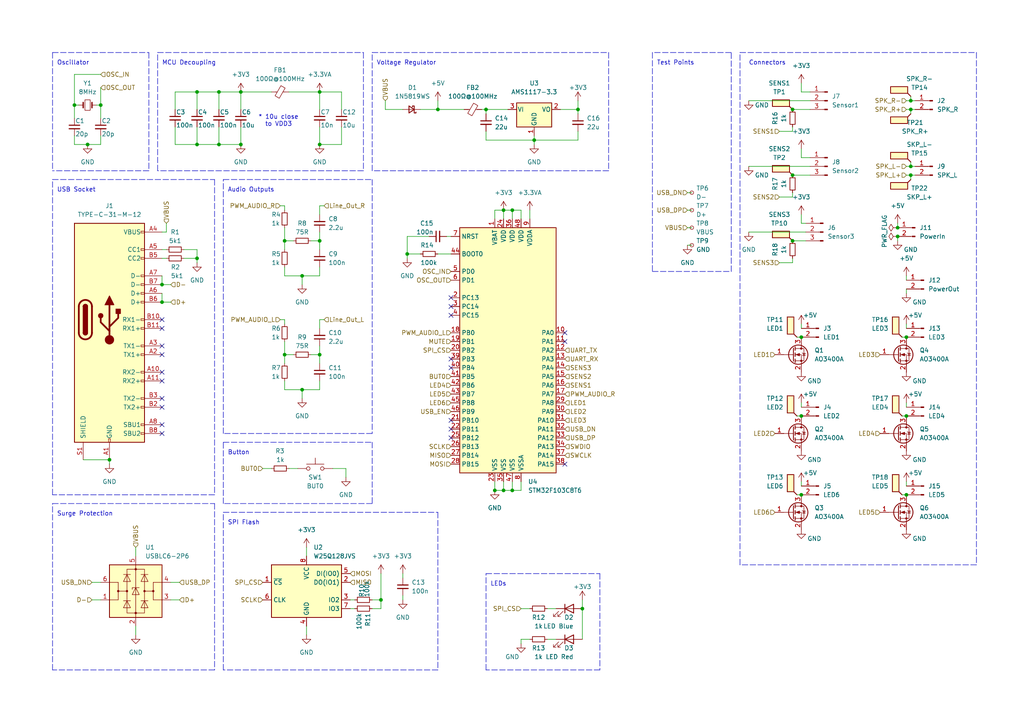
<source format=kicad_sch>
(kicad_sch (version 20211123) (generator eeschema)
  (paper "A4")
  (junction (at 232.41 143.51))
  (junction (at 148.59 60.96))
  (junction (at 63.5 41.91))
  (junction (at 82.55 102.87))
  (junction (at 167.64 31.75))
  (junction (at 345.44 107.95))
  (junction (at 92.71 26.67))
  (junction (at 168.91 176.53))
  (junction (at 146.05 142.24))
  (junction (at 92.71 102.87))
  (junction (at 331.47 86.36))
  (junction (at 143.51 142.24))
  (junction (at 360.68 86.36))
  (junction (at 127 31.75))
  (junction (at 260.35 66.04))
  (junction (at 21.59 30.48))
  (junction (at 140.97 31.75))
  (junction (at 360.68 118.11))
  (junction (at 69.85 26.67))
  (junction (at 264.16 29.21))
  (junction (at 31.75 133.35))
  (junction (at 320.04 101.6))
  (junction (at 264.16 31.75))
  (junction (at 87.63 113.03))
  (junction (at 262.89 97.79))
  (junction (at 260.35 68.58))
  (junction (at 232.41 120.65))
  (junction (at 356.87 143.51))
  (junction (at 323.85 31.75))
  (junction (at 331.47 128.27))
  (junction (at 69.85 41.91))
  (junction (at 87.63 80.01))
  (junction (at 323.85 29.21))
  (junction (at 229.87 50.8))
  (junction (at 262.89 143.51))
  (junction (at 82.55 69.85))
  (junction (at 57.15 26.67))
  (junction (at 262.89 120.65))
  (junction (at 92.71 41.91))
  (junction (at 63.5 26.67))
  (junction (at 264.16 48.26))
  (junction (at 356.87 101.6))
  (junction (at 92.71 69.85))
  (junction (at 328.93 26.67))
  (junction (at 229.87 31.75))
  (junction (at 118.11 73.66))
  (junction (at 25.4 41.91))
  (junction (at 264.16 50.8))
  (junction (at 229.87 69.85))
  (junction (at 46.99 87.63))
  (junction (at 46.99 82.55))
  (junction (at 360.68 76.2))
  (junction (at 360.68 128.27))
  (junction (at 57.15 41.91))
  (junction (at 345.44 149.86))
  (junction (at 57.15 74.93))
  (junction (at 148.59 142.24))
  (junction (at 154.94 40.64))
  (junction (at 29.21 30.48))
  (junction (at 146.05 60.96))
  (junction (at 320.04 143.51))
  (junction (at 232.41 97.79))
  (junction (at 110.49 173.99))
  (no_connect (at 46.99 123.19))
  (no_connect (at 46.99 125.73))
  (no_connect (at 130.81 127))
  (no_connect (at 163.83 134.62))
  (no_connect (at 130.81 124.46))
  (no_connect (at 163.83 99.06))
  (no_connect (at 163.83 96.52))
  (no_connect (at 130.81 106.68))
  (no_connect (at 130.81 104.14))
  (no_connect (at 130.81 86.36))
  (no_connect (at 130.81 88.9))
  (no_connect (at 130.81 91.44))
  (no_connect (at 130.81 121.92))
  (no_connect (at 46.99 95.25))
  (no_connect (at 46.99 100.33))
  (no_connect (at 46.99 102.87))
  (no_connect (at 46.99 92.71))
  (no_connect (at 46.99 107.95))
  (no_connect (at 46.99 110.49))
  (no_connect (at 46.99 115.57))
  (no_connect (at 46.99 118.11))
  (wire (pts (xy 151.13 185.42) (xy 151.13 186.69)))
  (wire (pts (xy 167.64 31.75) (xy 167.64 33.02)))
  (wire (pts (xy 217.17 67.31) (xy 233.68 67.31)))
  (wire (pts (xy 199.39 66.04) (xy 200.66 66.04)))
  (wire (pts (xy 262.89 140.97) (xy 262.89 139.7)))
  (polyline (pts (xy 105.41 15.24) (xy 105.41 49.53)))
  (wire (pts (xy 331.47 86.36) (xy 331.47 96.52)))
  (wire (pts (xy 323.85 24.13) (xy 334.01 24.13)))
  (wire (pts (xy 92.71 36.83) (xy 92.71 41.91)))
  (polyline (pts (xy 15.24 52.07) (xy 62.23 52.07)))
  (wire (pts (xy 264.16 29.21) (xy 265.43 29.21)))
  (wire (pts (xy 63.5 36.83) (xy 63.5 41.91)))
  (wire (pts (xy 334.01 120.65) (xy 334.01 133.35)))
  (wire (pts (xy 262.89 50.8) (xy 264.16 50.8)))
  (wire (pts (xy 90.17 102.87) (xy 92.71 102.87)))
  (wire (pts (xy 29.21 30.48) (xy 29.21 34.29)))
  (wire (pts (xy 360.68 76.2) (xy 360.68 78.74)))
  (wire (pts (xy 226.06 38.1) (xy 229.87 38.1)))
  (wire (pts (xy 26.67 168.91) (xy 29.21 168.91)))
  (wire (pts (xy 143.51 139.7) (xy 143.51 142.24)))
  (wire (pts (xy 143.51 142.24) (xy 146.05 142.24)))
  (wire (pts (xy 261.62 97.79) (xy 262.89 97.79)))
  (polyline (pts (xy 64.77 148.59) (xy 127 148.59)))
  (wire (pts (xy 57.15 36.83) (xy 57.15 41.91)))
  (wire (pts (xy 46.99 82.55) (xy 49.53 82.55)))
  (wire (pts (xy 82.55 69.85) (xy 82.55 72.39)))
  (wire (pts (xy 320.04 101.6) (xy 335.28 101.6)))
  (wire (pts (xy 369.57 83.82) (xy 369.57 86.36)))
  (wire (pts (xy 331.47 121.92) (xy 331.47 118.11)))
  (wire (pts (xy 99.06 26.67) (xy 92.71 26.67)))
  (wire (pts (xy 92.71 72.39) (xy 92.71 69.85)))
  (wire (pts (xy 110.49 173.99) (xy 110.49 176.53)))
  (wire (pts (xy 151.13 60.96) (xy 151.13 63.5)))
  (wire (pts (xy 260.35 66.04) (xy 260.35 64.77)))
  (wire (pts (xy 57.15 41.91) (xy 50.8 41.91)))
  (wire (pts (xy 345.44 148.59) (xy 345.44 149.86)))
  (polyline (pts (xy 140.97 194.31) (xy 140.97 166.37)))
  (wire (pts (xy 168.91 176.53) (xy 168.91 185.42)))
  (wire (pts (xy 82.55 69.85) (xy 85.09 69.85)))
  (wire (pts (xy 118.11 73.66) (xy 121.92 73.66)))
  (wire (pts (xy 229.87 38.1) (xy 229.87 36.83)))
  (wire (pts (xy 328.93 21.59) (xy 328.93 26.67)))
  (wire (pts (xy 323.85 31.75) (xy 334.01 31.75)))
  (wire (pts (xy 100.33 135.89) (xy 100.33 138.43)))
  (wire (pts (xy 264.16 31.75) (xy 265.43 31.75)))
  (wire (pts (xy 262.89 81.28) (xy 262.89 80.01)))
  (wire (pts (xy 46.99 87.63) (xy 49.53 87.63)))
  (polyline (pts (xy 45.72 15.24) (xy 105.41 15.24)))
  (polyline (pts (xy 105.41 49.53) (xy 45.72 49.53)))
  (wire (pts (xy 153.67 60.96) (xy 153.67 63.5)))
  (wire (pts (xy 92.71 110.49) (xy 92.71 113.03)))
  (wire (pts (xy 69.85 41.91) (xy 63.5 41.91)))
  (wire (pts (xy 49.53 168.91) (xy 52.07 168.91)))
  (wire (pts (xy 88.9 161.29) (xy 88.9 158.75)))
  (wire (pts (xy 31.75 133.35) (xy 31.75 134.62)))
  (wire (pts (xy 57.15 26.67) (xy 63.5 26.67)))
  (wire (pts (xy 127 29.21) (xy 127 31.75)))
  (wire (pts (xy 161.29 176.53) (xy 158.75 176.53)))
  (wire (pts (xy 355.6 101.6) (xy 356.87 101.6)))
  (polyline (pts (xy 45.72 49.53) (xy 45.72 15.24)))
  (polyline (pts (xy 107.95 146.05) (xy 64.77 146.05)))
  (wire (pts (xy 229.87 31.75) (xy 234.95 31.75)))
  (wire (pts (xy 57.15 74.93) (xy 57.15 76.2)))
  (wire (pts (xy 24.13 133.35) (xy 31.75 133.35)))
  (wire (pts (xy 63.5 26.67) (xy 63.5 31.75)))
  (polyline (pts (xy 15.24 146.05) (xy 62.23 146.05)))
  (wire (pts (xy 328.93 86.36) (xy 331.47 86.36)))
  (wire (pts (xy 334.01 133.35) (xy 335.28 133.35)))
  (wire (pts (xy 311.15 143.51) (xy 312.42 143.51)))
  (wire (pts (xy 92.71 26.67) (xy 92.71 31.75)))
  (wire (pts (xy 264.16 46.99) (xy 264.16 48.26)))
  (polyline (pts (xy 107.95 49.53) (xy 107.95 15.24)))
  (wire (pts (xy 21.59 21.59) (xy 21.59 30.48)))
  (wire (pts (xy 96.52 135.89) (xy 100.33 135.89)))
  (wire (pts (xy 87.63 113.03) (xy 92.71 113.03)))
  (wire (pts (xy 82.55 77.47) (xy 82.55 80.01)))
  (wire (pts (xy 264.16 48.26) (xy 265.43 48.26)))
  (wire (pts (xy 92.71 59.69) (xy 92.71 62.23)))
  (wire (pts (xy 154.94 40.64) (xy 154.94 39.37)))
  (wire (pts (xy 116.84 167.64) (xy 116.84 166.37)))
  (wire (pts (xy 83.82 135.89) (xy 86.36 135.89)))
  (wire (pts (xy 69.85 26.67) (xy 69.85 31.75)))
  (wire (pts (xy 50.8 41.91) (xy 50.8 36.83)))
  (wire (pts (xy 355.6 133.35) (xy 358.14 133.35)))
  (wire (pts (xy 265.43 50.8) (xy 264.16 50.8)))
  (wire (pts (xy 226.06 57.15) (xy 229.87 57.15)))
  (wire (pts (xy 107.95 173.99) (xy 110.49 173.99)))
  (wire (pts (xy 317.5 101.6) (xy 320.04 101.6)))
  (wire (pts (xy 261.62 120.65) (xy 262.89 120.65)))
  (wire (pts (xy 262.89 31.75) (xy 264.16 31.75)))
  (wire (pts (xy 118.11 73.66) (xy 118.11 74.93)))
  (polyline (pts (xy 107.95 15.24) (xy 176.53 15.24)))
  (wire (pts (xy 39.37 181.61) (xy 39.37 184.15)))
  (wire (pts (xy 369.57 125.73) (xy 369.57 128.27)))
  (polyline (pts (xy 15.24 143.51) (xy 15.24 52.07)))
  (polyline (pts (xy 107.95 52.07) (xy 107.95 125.73)))
  (wire (pts (xy 262.89 29.21) (xy 264.16 29.21)))
  (polyline (pts (xy 127 194.31) (xy 64.77 194.31)))
  (wire (pts (xy 369.57 76.2) (xy 369.57 78.74)))
  (wire (pts (xy 264.16 50.8) (xy 264.16 52.07)))
  (wire (pts (xy 140.97 38.1) (xy 140.97 40.64)))
  (polyline (pts (xy 127 148.59) (xy 127 194.31)))
  (wire (pts (xy 356.87 120.65) (xy 356.87 143.51)))
  (wire (pts (xy 27.94 30.48) (xy 29.21 30.48)))
  (polyline (pts (xy 214.63 163.83) (xy 214.63 15.24)))
  (wire (pts (xy 29.21 25.4) (xy 29.21 30.48)))
  (polyline (pts (xy 62.23 143.51) (xy 15.24 143.51)))
  (wire (pts (xy 328.93 26.67) (xy 334.01 26.67)))
  (wire (pts (xy 345.44 83.82) (xy 345.44 86.36)))
  (wire (pts (xy 356.87 149.86) (xy 345.44 149.86)))
  (wire (pts (xy 92.71 92.71) (xy 92.71 95.25)))
  (wire (pts (xy 331.47 86.36) (xy 331.47 85.09)))
  (wire (pts (xy 334.01 21.59) (xy 328.93 21.59)))
  (wire (pts (xy 331.47 80.01) (xy 331.47 76.2)))
  (wire (pts (xy 29.21 39.37) (xy 29.21 41.91)))
  (wire (pts (xy 232.41 45.72) (xy 234.95 45.72)))
  (wire (pts (xy 323.85 31.75) (xy 323.85 34.29)))
  (wire (pts (xy 331.47 76.2) (xy 358.14 76.2)))
  (wire (pts (xy 21.59 39.37) (xy 21.59 41.91)))
  (wire (pts (xy 29.21 21.59) (xy 21.59 21.59)))
  (wire (pts (xy 355.6 96.52) (xy 358.14 96.52)))
  (wire (pts (xy 88.9 181.61) (xy 88.9 184.15)))
  (wire (pts (xy 167.64 40.64) (xy 154.94 40.64)))
  (wire (pts (xy 232.41 64.77) (xy 232.41 62.23)))
  (polyline (pts (xy 212.09 15.24) (xy 189.23 15.24)))
  (wire (pts (xy 101.6 176.53) (xy 102.87 176.53)))
  (wire (pts (xy 146.05 142.24) (xy 148.59 142.24)))
  (wire (pts (xy 99.06 41.91) (xy 92.71 41.91)))
  (wire (pts (xy 63.5 26.67) (xy 69.85 26.67)))
  (wire (pts (xy 262.89 48.26) (xy 264.16 48.26)))
  (wire (pts (xy 87.63 113.03) (xy 87.63 115.57)))
  (wire (pts (xy 199.39 55.88) (xy 200.66 55.88)))
  (wire (pts (xy 260.35 68.58) (xy 260.35 69.85)))
  (wire (pts (xy 99.06 36.83) (xy 99.06 41.91)))
  (polyline (pts (xy 15.24 15.24) (xy 43.18 15.24)))
  (wire (pts (xy 369.57 128.27) (xy 360.68 128.27)))
  (wire (pts (xy 229.87 55.88) (xy 229.87 57.15)))
  (wire (pts (xy 82.55 102.87) (xy 82.55 105.41)))
  (wire (pts (xy 162.56 31.75) (xy 167.64 31.75)))
  (polyline (pts (xy 62.23 52.07) (xy 62.23 143.51)))
  (polyline (pts (xy 43.18 15.24) (xy 43.18 49.53)))
  (wire (pts (xy 320.04 128.27) (xy 323.85 128.27)))
  (wire (pts (xy 153.67 176.53) (xy 151.13 176.53)))
  (wire (pts (xy 320.04 101.6) (xy 320.04 99.06)))
  (wire (pts (xy 111.76 31.75) (xy 116.84 31.75)))
  (polyline (pts (xy 173.99 166.37) (xy 173.99 194.31)))
  (wire (pts (xy 118.11 68.58) (xy 124.46 68.58)))
  (wire (pts (xy 111.76 29.21) (xy 111.76 31.75)))
  (wire (pts (xy 264.16 31.75) (xy 264.16 33.02)))
  (wire (pts (xy 369.57 118.11) (xy 360.68 118.11)))
  (wire (pts (xy 26.67 173.99) (xy 29.21 173.99)))
  (wire (pts (xy 356.87 78.74) (xy 356.87 101.6)))
  (wire (pts (xy 46.99 74.93) (xy 48.26 74.93)))
  (polyline (pts (xy 43.18 49.53) (xy 15.24 49.53)))
  (wire (pts (xy 21.59 41.91) (xy 25.4 41.91)))
  (wire (pts (xy 140.97 31.75) (xy 147.32 31.75)))
  (polyline (pts (xy 189.23 78.74) (xy 212.09 78.74)))
  (wire (pts (xy 317.5 143.51) (xy 320.04 143.51)))
  (wire (pts (xy 148.59 139.7) (xy 148.59 142.24)))
  (polyline (pts (xy 214.63 15.24) (xy 283.21 15.24)))
  (wire (pts (xy 82.55 59.69) (xy 82.55 60.96)))
  (wire (pts (xy 369.57 120.65) (xy 369.57 118.11)))
  (wire (pts (xy 110.49 166.37) (xy 110.49 173.99)))
  (wire (pts (xy 232.41 93.98) (xy 232.41 95.25)))
  (wire (pts (xy 328.93 128.27) (xy 331.47 128.27)))
  (wire (pts (xy 49.53 173.99) (xy 52.07 173.99)))
  (wire (pts (xy 127 73.66) (xy 130.81 73.66)))
  (wire (pts (xy 311.15 101.6) (xy 312.42 101.6)))
  (polyline (pts (xy 15.24 194.31) (xy 15.24 146.05)))
  (wire (pts (xy 140.97 31.75) (xy 140.97 33.02)))
  (wire (pts (xy 232.41 24.13) (xy 232.41 26.67)))
  (wire (pts (xy 127 31.75) (xy 134.62 31.75)))
  (wire (pts (xy 320.04 143.51) (xy 335.28 143.51)))
  (polyline (pts (xy 64.77 128.27) (xy 107.95 128.27)))
  (wire (pts (xy 356.87 143.51) (xy 356.87 144.78)))
  (wire (pts (xy 262.89 118.11) (xy 262.89 116.84)))
  (wire (pts (xy 360.68 83.82) (xy 360.68 86.36)))
  (wire (pts (xy 360.68 76.2) (xy 369.57 76.2)))
  (wire (pts (xy 233.68 64.77) (xy 232.41 64.77)))
  (wire (pts (xy 81.28 59.69) (xy 82.55 59.69)))
  (wire (pts (xy 345.44 106.68) (xy 345.44 107.95)))
  (wire (pts (xy 355.6 143.51) (xy 356.87 143.51)))
  (wire (pts (xy 46.99 72.39) (xy 48.26 72.39)))
  (wire (pts (xy 57.15 74.93) (xy 57.15 72.39)))
  (wire (pts (xy 76.2 135.89) (xy 78.74 135.89)))
  (wire (pts (xy 331.47 96.52) (xy 335.28 96.52)))
  (wire (pts (xy 158.75 185.42) (xy 161.29 185.42)))
  (wire (pts (xy 355.6 138.43) (xy 358.14 138.43)))
  (wire (pts (xy 168.91 173.99) (xy 168.91 176.53)))
  (wire (pts (xy 82.55 110.49) (xy 82.55 113.03)))
  (wire (pts (xy 334.01 78.74) (xy 334.01 91.44)))
  (wire (pts (xy 328.93 26.67) (xy 323.85 26.67)))
  (polyline (pts (xy 15.24 15.24) (xy 15.24 49.53)))
  (wire (pts (xy 229.87 69.85) (xy 233.68 69.85)))
  (wire (pts (xy 355.6 91.44) (xy 358.14 91.44)))
  (wire (pts (xy 199.39 71.12) (xy 200.66 71.12)))
  (wire (pts (xy 48.26 67.31) (xy 46.99 67.31)))
  (polyline (pts (xy 189.23 15.24) (xy 189.23 78.74)))
  (polyline (pts (xy 64.77 146.05) (xy 64.77 128.27)))
  (wire (pts (xy 82.55 66.04) (xy 82.55 69.85)))
  (wire (pts (xy 129.54 68.58) (xy 130.81 68.58)))
  (polyline (pts (xy 64.77 194.31) (xy 64.77 148.59)))
  (wire (pts (xy 69.85 36.83) (xy 69.85 41.91)))
  (wire (pts (xy 323.85 26.67) (xy 323.85 29.21)))
  (wire (pts (xy 231.14 143.51) (xy 232.41 143.51)))
  (wire (pts (xy 232.41 43.18) (xy 232.41 45.72)))
  (wire (pts (xy 369.57 86.36) (xy 360.68 86.36)))
  (polyline (pts (xy 176.53 49.53) (xy 107.95 49.53)))
  (wire (pts (xy 226.06 76.2) (xy 229.87 76.2)))
  (wire (pts (xy 53.34 74.93) (xy 57.15 74.93)))
  (wire (pts (xy 101.6 173.99) (xy 102.87 173.99)))
  (wire (pts (xy 21.59 30.48) (xy 22.86 30.48)))
  (wire (pts (xy 92.71 105.41) (xy 92.71 102.87)))
  (polyline (pts (xy 283.21 163.83) (xy 214.63 163.83)))
  (wire (pts (xy 143.51 60.96) (xy 146.05 60.96)))
  (wire (pts (xy 331.47 128.27) (xy 331.47 138.43)))
  (wire (pts (xy 232.41 26.67) (xy 234.95 26.67)))
  (wire (pts (xy 217.17 29.21) (xy 234.95 29.21)))
  (wire (pts (xy 360.68 128.27) (xy 360.68 125.73)))
  (wire (pts (xy 232.41 116.84) (xy 232.41 118.11)))
  (wire (pts (xy 82.55 113.03) (xy 87.63 113.03)))
  (wire (pts (xy 82.55 80.01) (xy 87.63 80.01)))
  (wire (pts (xy 29.21 41.91) (xy 25.4 41.91)))
  (wire (pts (xy 92.71 69.85) (xy 92.71 67.31)))
  (wire (pts (xy 82.55 99.06) (xy 82.55 102.87)))
  (wire (pts (xy 262.89 83.82) (xy 262.89 85.09)))
  (wire (pts (xy 262.89 95.25) (xy 262.89 93.98)))
  (wire (pts (xy 118.11 68.58) (xy 118.11 73.66)))
  (polyline (pts (xy 212.09 78.74) (xy 212.09 15.24)))
  (polyline (pts (xy 283.21 15.24) (xy 283.21 163.83)))
  (wire (pts (xy 261.62 143.51) (xy 262.89 143.51)))
  (polyline (pts (xy 140.97 166.37) (xy 173.99 166.37)))
  (wire (pts (xy 63.5 41.91) (xy 57.15 41.91)))
  (wire (pts (xy 21.59 34.29) (xy 21.59 30.48)))
  (wire (pts (xy 50.8 26.67) (xy 57.15 26.67)))
  (wire (pts (xy 232.41 140.97) (xy 232.41 139.7)))
  (wire (pts (xy 334.01 120.65) (xy 356.87 120.65)))
  (wire (pts (xy 331.47 118.11) (xy 358.14 118.11)))
  (wire (pts (xy 93.98 59.69) (xy 92.71 59.69)))
  (wire (pts (xy 231.14 97.79) (xy 232.41 97.79)))
  (wire (pts (xy 92.71 102.87) (xy 92.71 100.33)))
  (wire (pts (xy 57.15 72.39) (xy 53.34 72.39)))
  (wire (pts (xy 121.92 31.75) (xy 127 31.75)))
  (wire (pts (xy 146.05 139.7) (xy 146.05 142.24)))
  (wire (pts (xy 148.59 60.96) (xy 148.59 63.5)))
  (wire (pts (xy 320.04 86.36) (xy 323.85 86.36)))
  (wire (pts (xy 167.64 38.1) (xy 167.64 40.64)))
  (wire (pts (xy 153.67 185.42) (xy 151.13 185.42)))
  (polyline (pts (xy 176.53 15.24) (xy 176.53 49.53)))
  (wire (pts (xy 46.99 80.01) (xy 46.99 82.55)))
  (wire (pts (xy 87.63 80.01) (xy 87.63 82.55)))
  (wire (pts (xy 217.17 48.26) (xy 234.95 48.26)))
  (wire (pts (xy 146.05 60.96) (xy 148.59 60.96)))
  (polyline (pts (xy 64.77 125.73) (xy 64.77 52.07)))
  (wire (pts (xy 167.64 29.21) (xy 167.64 31.75)))
  (wire (pts (xy 345.44 125.73) (xy 345.44 128.27)))
  (wire (pts (xy 82.55 92.71) (xy 82.55 93.98)))
  (wire (pts (xy 334.01 78.74) (xy 356.87 78.74)))
  (wire (pts (xy 50.8 31.75) (xy 50.8 26.67)))
  (wire (pts (xy 331.47 138.43) (xy 335.28 138.43)))
  (wire (pts (xy 116.84 172.72) (xy 116.84 173.99)))
  (wire (pts (xy 87.63 80.01) (xy 92.71 80.01)))
  (polyline (pts (xy 62.23 194.31) (xy 15.24 194.31)))
  (wire (pts (xy 356.87 107.95) (xy 345.44 107.95)))
  (wire (pts (xy 229.87 76.2) (xy 229.87 74.93)))
  (wire (pts (xy 148.59 142.24) (xy 151.13 142.24)))
  (wire (pts (xy 99.06 31.75) (xy 99.06 26.67)))
  (wire (pts (xy 358.14 118.11) (xy 358.14 133.35)))
  (wire (pts (xy 81.28 92.71) (xy 82.55 92.71)))
  (wire (pts (xy 92.71 77.47) (xy 92.71 80.01)))
  (wire (pts (xy 82.55 102.87) (xy 85.09 102.87)))
  (wire (pts (xy 83.82 26.67) (xy 92.71 26.67)))
  (wire (pts (xy 154.94 40.64) (xy 154.94 41.91)))
  (wire (pts (xy 229.87 50.8) (xy 234.95 50.8)))
  (wire (pts (xy 146.05 60.96) (xy 146.05 63.5)))
  (wire (pts (xy 356.87 101.6) (xy 356.87 102.87)))
  (wire (pts (xy 231.14 120.65) (xy 232.41 120.65)))
  (wire (pts (xy 358.14 76.2) (xy 358.14 91.44)))
  (wire (pts (xy 107.95 176.53) (xy 110.49 176.53)))
  (wire (pts (xy 90.17 69.85) (xy 92.71 69.85)))
  (wire (pts (xy 140.97 40.64) (xy 154.94 40.64)))
  (wire (pts (xy 323.85 29.21) (xy 323.85 31.75)))
  (wire (pts (xy 48.26 64.77) (xy 48.26 67.31)))
  (wire (pts (xy 151.13 142.24) (xy 151.13 139.7)))
  (wire (pts (xy 148.59 60.96) (xy 151.13 60.96)))
  (wire (pts (xy 334.01 91.44) (xy 335.28 91.44)))
  (wire (pts (xy 199.39 60.96) (xy 200.66 60.96)))
  (wire (pts (xy 143.51 63.5) (xy 143.51 60.96)))
  (wire (pts (xy 57.15 26.67) (xy 57.15 31.75)))
  (wire (pts (xy 320.04 143.51) (xy 320.04 140.97)))
  (polyline (pts (xy 107.95 128.27) (xy 107.95 146.05)))
  (wire (pts (xy 323.85 29.21) (xy 334.01 29.21)))
  (polyline (pts (xy 62.23 146.05) (xy 62.23 194.31)))
  (wire (pts (xy 360.68 118.11) (xy 360.68 120.65)))
  (wire (pts (xy 331.47 128.27) (xy 331.47 127)))
  (wire (pts (xy 69.85 26.67) (xy 78.74 26.67)))
  (polyline (pts (xy 107.95 125.73) (xy 64.77 125.73)))
  (wire (pts (xy 39.37 158.75) (xy 39.37 161.29)))
  (wire (pts (xy 46.99 85.09) (xy 46.99 87.63)))
  (wire (pts (xy 93.98 92.71) (xy 92.71 92.71)))
  (polyline (pts (xy 64.77 52.07) (xy 107.95 52.07)))
  (wire (pts (xy 139.7 31.75) (xy 140.97 31.75)))
  (polyline (pts (xy 173.99 194.31) (xy 140.97 194.31)))
  (wire (pts (xy 264.16 27.94) (xy 264.16 29.21)))
  (text "Connectors" (at 217.17 19.05 0) (effects (font (size 1.27 1.27)) (justify left bottom)))
  (text "USB Socket" (at 16.51 55.88 0) (effects (font (size 1.27 1.27)) (justify left bottom)))
  (text "SPI Flash" (at 66.04 152.4 0) (effects (font (size 1.27 1.27)) (justify left bottom)))
  (text "Voltage Regulator" (at 109.22 19.05 0) (effects (font (size 1.27 1.27)) (justify left bottom)))
  (text "Test Points" (at 190.5 19.05 0) (effects (font (size 1.27 1.27)) (justify left bottom)))
  (text "Surge Protection" (at 16.51 149.86 0) (effects (font (size 1.27 1.27)) (justify left bottom)))
  (text "Oscillator" (at 16.51 19.05 0) (effects (font (size 1.27 1.27)) (justify left bottom)))
  (text "Audio Outputs" (at 66.04 55.88 0) (effects (font (size 1.27 1.27)) (justify left bottom)))
  (text "Button" (at 66.04 132.08 0) (effects (font (size 1.27 1.27)) (justify left bottom)))
  (text "MCU Decoupling" (at 46.99 19.05 0) (effects (font (size 1.27 1.27)) (justify left bottom)))
  (text "LEDs" (at 142.24 170.18 0) (effects (font (size 1.27 1.27)) (justify left bottom)))
  (text "* 10u close\n  to VDD3" (at 74.93 36.83 0) (effects (font (size 1.27 1.27)) (justify left bottom)))
  (hierarchical_label "SPK_L+" (shape input) (at 358.14 133.35 0))
  (hierarchical_label "SENS3" (shape input) (at 226.06 76.2 180))
  (hierarchical_label "SWCLK" (shape input) (at 334.01 16.51 180))
  (hierarchical_label "SPK_R+" (shape input) (at 358.14 91.44 0))
  (hierarchical_label "SWDIO" (shape input) (at 334.01 19.05 180))
  (hierarchical_label "PWM_AUDIO_L" (shape input) (at 81.28 92.71 180))
  (hierarchical_label "LED4" (shape input) (at 255.27 125.73 180))
  (hierarchical_label "SWDIO" (shape input) (at 163.83 129.54 0))
  (hierarchical_label "MISO" (shape input) (at 101.6 168.91 0))
  (hierarchical_label "SPK_R+" (shape input) (at 262.89 31.75 180))
  (hierarchical_label "USB_DN" (shape input) (at 26.67 168.91 180))
  (hierarchical_label "UART_TX" (shape input) (at 163.83 101.6 0))
  (hierarchical_label "PWM_AUDIO_R" (shape input) (at 81.28 59.69 180))
  (hierarchical_label "USB_DP" (shape input) (at 163.83 127 0))
  (hierarchical_label "LED3" (shape input) (at 163.83 121.92 0))
  (hierarchical_label "SPK_R-" (shape input) (at 262.89 29.21 180))
  (hierarchical_label "LED6" (shape input) (at 130.81 116.84 180))
  (hierarchical_label "OSC_IN" (shape input) (at 29.21 21.59 0))
  (hierarchical_label "OSC_OUT" (shape input) (at 130.81 81.28 180))
  (hierarchical_label "MOSI" (shape input) (at 101.6 166.37 0))
  (hierarchical_label "Line_Out_R" (shape input) (at 93.98 59.69 0))
  (hierarchical_label "SWCLK" (shape input) (at 163.83 132.08 0))
  (hierarchical_label "USB_DN" (shape input) (at 199.39 55.88 180))
  (hierarchical_label "Line_Out_L" (shape input) (at 320.04 128.27 180))
  (hierarchical_label "D+" (shape input) (at 49.53 87.63 0))
  (hierarchical_label "USB_EN" (shape input) (at 130.81 119.38 180))
  (hierarchical_label "PWM_AUDIO_R" (shape input) (at 163.83 114.3 0))
  (hierarchical_label "UART_TX" (shape input) (at 334.01 34.29 180))
  (hierarchical_label "LED2" (shape input) (at 163.83 119.38 0))
  (hierarchical_label "BUT0" (shape input) (at 130.81 109.22 180))
  (hierarchical_label "SPI_CS" (shape input) (at 130.81 101.6 180))
  (hierarchical_label "VBUS" (shape input) (at 199.39 66.04 180))
  (hierarchical_label "LED4" (shape input) (at 130.81 111.76 180))
  (hierarchical_label "VBUS" (shape input) (at 48.26 64.77 90))
  (hierarchical_label "SCLK" (shape input) (at 76.2 173.99 180))
  (hierarchical_label "MUTE" (shape input) (at 311.15 143.51 180))
  (hierarchical_label "LED6" (shape input) (at 224.79 148.59 180))
  (hierarchical_label "SENS1" (shape input) (at 163.83 111.76 0))
  (hierarchical_label "SPI_CS" (shape input) (at 151.13 176.53 180))
  (hierarchical_label "D-" (shape input) (at 26.67 173.99 180))
  (hierarchical_label "SENS1" (shape input) (at 226.06 38.1 180))
  (hierarchical_label "SENS3" (shape input) (at 163.83 106.68 0))
  (hierarchical_label "MISO" (shape input) (at 130.81 132.08 180))
  (hierarchical_label "MOSI" (shape input) (at 130.81 134.62 180))
  (hierarchical_label "OSC_IN" (shape input) (at 130.81 78.74 180))
  (hierarchical_label "LED3" (shape input) (at 255.27 102.87 180))
  (hierarchical_label "VBUS" (shape input) (at 111.76 29.21 90))
  (hierarchical_label "D-" (shape input) (at 49.53 82.55 0))
  (hierarchical_label "SENS2" (shape input) (at 226.06 57.15 180))
  (hierarchical_label "LED5" (shape input) (at 255.27 148.59 180))
  (hierarchical_label "SPK_R-" (shape input) (at 358.14 96.52 0))
  (hierarchical_label "UART_RX" (shape input) (at 163.83 104.14 0))
  (hierarchical_label "SPI_CS" (shape input) (at 76.2 168.91 180))
  (hierarchical_label "USB_DN" (shape input) (at 163.83 124.46 0))
  (hierarchical_label "USB_DP" (shape input) (at 199.39 60.96 180))
  (hierarchical_label "SENS2" (shape input) (at 163.83 109.22 0))
  (hierarchical_label "Line_Out_L" (shape input) (at 93.98 92.71 0))
  (hierarchical_label "SPK_L-" (shape input) (at 262.89 48.26 180))
  (hierarchical_label "LED1" (shape input) (at 163.83 116.84 0))
  (hierarchical_label "LED1" (shape input) (at 224.79 102.87 180))
  (hierarchical_label "D+" (shape input) (at 52.07 173.99 0))
  (hierarchical_label "MUTE" (shape input) (at 311.15 101.6 180))
  (hierarchical_label "BUT0" (shape input) (at 76.2 135.89 180))
  (hierarchical_label "SPK_L-" (shape input) (at 358.14 138.43 0))
  (hierarchical_label "USB_DP" (shape input) (at 52.07 168.91 0))
  (hierarchical_label "LED2" (shape input) (at 224.79 125.73 180))
  (hierarchical_label "PWM_AUDIO_L" (shape input) (at 130.81 96.52 180))
  (hierarchical_label "LED5" (shape input) (at 130.81 114.3 180))
  (hierarchical_label "OSC_OUT" (shape input) (at 29.21 25.4 0))
  (hierarchical_label "SCLK" (shape input) (at 130.81 129.54 180))
  (hierarchical_label "SPK_L+" (shape input) (at 262.89 50.8 180))
  (hierarchical_label "MUTE" (shape input) (at 130.81 99.06 180))
  (hierarchical_label "Line_Out_R" (shape input) (at 320.04 86.36 180))
  (hierarchical_label "VBUS" (shape input) (at 39.37 158.75 90))
  (symbol (lib_id "Device:Q_NMOS_GSD") (at 229.87 102.87 0) (unit 1)
    (property "Reference" "Q1" (at 236.22 101.5999 0) (effects (justify left)))
    (property "Value" "AO3400A" (at 236.22 104.1399 0) (effects (justify left)))
    (property "Footprint" "Package_TO_SOT_SMD:SOT-23" (effects hide))
    (property "MPN" " C20917" (effects hide))
    (property "JlcRotOffset" "180" (effects hide))
  )
  (symbol (lib_id "power:+3.3V") (at 232.41 43.18 0) (unit 1)
    (property "Reference" "#PWR0106" (effects hide))
    (property "Value" "+3.3V" (at 232.41 38.1 0))
  )
  (symbol (lib_id "Connector:Conn_01x02_Male") (at 237.49 95.25 0) (mirror y) (unit 1)
    (property "Reference" "J3" (at 238.76 95.2499 0) (effects (justify right)))
    (property "Value" "LED1" (at 238.76 97.7899 0) (effects (justify right)))
    (property "Footprint" "ant:JST_SUR_SM02B-SURS-TF_1x02-1MP_P0.80mm_Horizontal" (effects hide))
    (property "MPN" " C2845343" (effects hide))
  )
  (symbol (lib_id "power:GND") (at 345.44 107.95 0) (unit 1)
    (property "Reference" "#PWR06" (effects hide))
    (property "Value" "GND" (at 349.25 110.49 0))
  )
  (symbol (lib_id "Device:R_Small") (at 87.63 102.87 90) (unit 1)
    (property "Reference" "R9" (at 87.63 97.79 90))
    (property "Value" "75R" (at 87.63 100.33 90))
    (property "Footprint" "Resistor_SMD:R_0402_1005Metric" (effects hide))
    (property "MPN" "C25905" (effects hide))
  )
  (symbol (lib_id "Device:D_Schottky_Small") (at 119.38 31.75 180) (unit 1)
    (property "Reference" "D1" (at 119.634 25.4 0))
    (property "Value" "1N5819WS" (at 119.634 27.94 0))
    (property "Footprint" "Diode_SMD:D_SOD-323" (effects hide))
    (property "MPN" "C191023" (effects hide))
  )
  (symbol (lib_id "power:+5V") (at 262.89 116.84 0) (unit 1)
    (property "Reference" "#PWR0109" (effects hide))
    (property "Value" "+5V" (at 265.43 114.3 0))
  )
  (symbol (lib_id "power:+5V") (at 360.68 118.11 0) (unit 1)
    (property "Reference" "#PWR0102" (effects hide))
    (property "Value" "+5V" (at 363.22 115.57 0))
  )
  (symbol (lib_id "ant:8002B_D") (at 345.44 138.43 0) (unit 1)
    (property "Reference" "U6" (at 347.4594 125.73 0) (effects (justify left)))
    (property "Value" "8002B_D" (at 347.4594 128.27 0) (effects (justify left)))
    (property "Footprint" "Package_SO:SOP-8_3.9x4.9mm_P1.27mm" (effects hide))
    (property "MPN" "C329450" (effects hide))
    (property "JlcRotOffset" "-90" (effects hide))
  )
  (symbol (lib_id "Connector:Conn_01x08_Male") (at 339.09 24.13 0) (mirror y) (unit 1)
    (property "Reference" "J10" (at 340.36 24.1299 0) (effects (justify right)))
    (property "Value" "Conn_01x08_Male" (at 340.36 26.6699 0) (effects (justify right)))
    (property "Footprint" "ant:SOIC_clipProgSmall" (effects hide))
  )
  (symbol (lib_id "Connector:TestPoint_Flag") (at 231.14 97.79 90) (unit 1)
    (property "Reference" "TP11" (at 224.79 92.71 90))
    (property "Value" "LED1" (at 224.79 95.25 90))
    (property "Footprint" "TestPoint:TestPoint_Pad_1.0x1.0mm" (effects hide))
  )
  (symbol (lib_id "power:GND") (at 217.17 67.31 0) (unit 1)
    (property "Reference" "#PWR0124" (effects hide))
    (property "Value" "GND" (at 217.17 72.39 0))
  )
  (symbol (lib_id "Connector:Conn_01x02_Male") (at 267.97 118.11 0) (mirror y) (unit 1)
    (property "Reference" "J14" (at 269.24 118.1099 0) (effects (justify right)))
    (property "Value" "LED4" (at 269.24 120.6499 0) (effects (justify right)))
    (property "Footprint" "ant:JST_SUR_SM02B-SURS-TF_1x02-1MP_P0.80mm_Horizontal" (effects hide))
    (property "MPN" " C2845343" (effects hide))
  )
  (symbol (lib_id "power:GND") (at 360.68 86.36 0) (unit 1)
    (property "Reference" "#PWR04" (effects hide))
    (property "Value" "GND" (at 364.49 87.63 0))
  )
  (symbol (lib_id "Device:R_Small") (at 314.96 101.6 270) (unit 1)
    (property "Reference" "R15" (at 314.96 106.68 90))
    (property "Value" "1k" (at 314.96 104.14 90))
    (property "Footprint" "Resistor_SMD:R_0402_1005Metric" (effects hide))
    (property "MPN" "C11702" (effects hide))
  )
  (symbol (lib_id "Connector:Conn_01x02_Male") (at 267.97 95.25 0) (mirror y) (unit 1)
    (property "Reference" "J13" (at 269.24 95.2499 0) (effects (justify right)))
    (property "Value" "LED3" (at 269.24 97.7899 0) (effects (justify right)))
    (property "Footprint" "ant:JST_SUR_SM02B-SURS-TF_1x02-1MP_P0.80mm_Horizontal" (effects hide))
    (property "MPN" " C2845343" (effects hide))
  )
  (symbol (lib_id "power:+3.3VA") (at 92.71 26.67 0) (unit 1)
    (property "Reference" "#PWR0136" (effects hide))
    (property "Value" "+3.3VA" (at 92.71 21.59 0))
  )
  (symbol (lib_id "Device:C_Small") (at 140.97 35.56 0) (unit 1)
    (property "Reference" "C14" (at 143.51 34.2962 0) (effects (justify left)))
    (property "Value" "22u" (at 143.51 36.8362 0) (effects (justify left)))
    (property "Footprint" "Capacitor_SMD:C_0603_1608Metric" (effects hide))
    (property "MPN" "C59461" (effects hide))
  )
  (symbol (lib_id "Device:C_Small") (at 369.57 81.28 0) (unit 1)
    (property "Reference" "C21" (at 372.11 80.0162 0) (effects (justify left)))
    (property "Value" "22u" (at 372.11 82.5562 0) (effects (justify left)))
    (property "Footprint" "Capacitor_SMD:C_0603_1608Metric" (effects hide))
    (property "MPN" "C59461" (effects hide))
  )
  (symbol (lib_id "power:+5V") (at 127 29.21 0) (unit 1)
    (property "Reference" "#PWR0125" (effects hide))
    (property "Value" "+5V" (at 127 24.13 0))
  )
  (symbol (lib_id "Device:LED") (at 165.1 176.53 0) (unit 1)
    (property "Reference" "D2" (at 166.37 179.07 0) (effects (justify right)))
    (property "Value" "LED Blue" (at 166.37 181.61 0) (effects (justify right)))
    (property "Footprint" "LED_SMD:LED_0603_1608Metric" (effects hide))
    (property "MPN" "C72041" (effects hide))
  )
  (symbol (lib_id "power:GND") (at 232.41 107.95 0) (unit 1)
    (property "Reference" "#PWR0130" (effects hide))
    (property "Value" "GND" (at 236.22 110.49 0))
  )
  (symbol (lib_id "power:GND") (at 323.85 34.29 0) (unit 1)
    (property "Reference" "#PWR0119" (effects hide))
    (property "Value" "GND" (at 323.85 39.37 0))
  )
  (symbol (lib_id "Device:R_Small") (at 331.47 124.46 180) (unit 1)
    (property "Reference" "R25" (at 326.39 124.46 90))
    (property "Value" "20k" (at 328.93 124.46 90))
    (property "Footprint" "Resistor_SMD:R_0402_1005Metric" (effects hide))
    (property "MPN" "C25765" (effects hide))
  )
  (symbol (lib_id "power:GND") (at 262.89 107.95 0) (unit 1)
    (property "Reference" "#PWR0108" (effects hide))
    (property "Value" "GND" (at 266.7 110.49 0))
  )
  (symbol (lib_id "Connector:TestPoint_Small") (at 200.66 66.04 0) (unit 1)
    (property "Reference" "TP8" (at 201.93 64.7699 0) (effects (justify left)))
    (property "Value" "VBUS" (at 201.93 67.3099 0) (effects (justify left)))
    (property "Footprint" "TestPoint:TestPoint_THTPad_1.0x1.0mm_Drill0.5mm" (effects hide))
  )
  (symbol (lib_id "Device:R_Small") (at 124.46 73.66 270) (unit 1)
    (property "Reference" "R14" (at 121.92 71.12 90) (effects (justify left)))
    (property "Value" "100k" (at 121.92 76.2 90) (effects (justify left)))
    (property "Footprint" "Resistor_SMD:R_0402_1005Metric" (effects hide))
    (property "MPN" "C25741" (effects hide))
  )
  (symbol (lib_id "power:+3V3") (at 110.49 166.37 0) (unit 1)
    (property "Reference" "#PWR0143" (effects hide))
    (property "Value" "+3V3" (at 110.49 161.29 0))
  )
  (symbol (lib_id "power:+5V") (at 232.41 139.7 0) (unit 1)
    (property "Reference" "#PWR0111" (effects hide))
    (property "Value" "+5V" (at 234.95 137.16 0))
  )
  (symbol (lib_id "Device:C_Small") (at 29.21 36.83 0) (unit 1)
    (property "Reference" "C2" (at 29.464 35.052 0) (effects (justify left)))
    (property "Value" "20p" (at 29.464 38.862 0) (effects (justify left)))
    (property "Footprint" "Capacitor_SMD:C_0402_1005Metric" (effects hide))
    (property "MPN" "C1554" (effects hide))
  )
  (symbol (lib_id "Device:C_Small") (at 63.5 34.29 0) (unit 1)
    (property "Reference" "C5" (at 63.754 32.512 0) (effects (justify left)))
    (property "Value" "100n" (at 63.754 36.322 0) (effects (justify left)))
    (property "Footprint" "Capacitor_SMD:C_0402_1005Metric" (effects hide))
    (property "MPN" "C1525" (effects hide))
  )
  (symbol (lib_id "Device:R_Small") (at 229.87 34.29 180) (unit 1)
    (property "Reference" "R16" (at 224.79 34.29 90))
    (property "Value" "1k" (at 227.33 34.29 90))
    (property "Footprint" "Resistor_SMD:R_0402_1005Metric" (effects hide))
    (property "MPN" "C11702" (effects hide))
  )
  (symbol (lib_id "Device:C_Small") (at 92.71 74.93 0) (unit 1)
    (property "Reference" "C9" (at 95.25 73.6662 0) (effects (justify left)))
    (property "Value" "100n" (at 95.25 76.2062 0) (effects (justify left)))
    (property "Footprint" "Capacitor_SMD:C_0402_1005Metric" (effects hide))
    (property "MPN" "C1525" (effects hide))
  )
  (symbol (lib_id "Connector:TestPoint_Flag") (at 229.87 69.85 0) (mirror y) (unit 1)
    (property "Reference" "TP10" (at 226.06 64.77 0))
    (property "Value" "SENS3" (at 226.06 62.23 0))
    (property "Footprint" "TestPoint:TestPoint_Pad_1.0x1.0mm" (effects hide))
  )
  (symbol (lib_id "Device:C_Small") (at 92.71 97.79 180) (unit 1)
    (property "Reference" "C10" (at 95.25 96.5135 0) (effects (justify right)))
    (property "Value" "2.2u" (at 95.25 99.0535 0) (effects (justify right)))
    (property "Footprint" "Capacitor_SMD:C_0402_1005Metric" (effects hide))
    (property "MPN" "C12530" (effects hide))
  )
  (symbol (lib_id "Device:R_Small") (at 326.39 128.27 270) (unit 1)
    (property "Reference" "R24" (at 326.39 133.35 90))
    (property "Value" "20k" (at 326.39 130.81 90))
    (property "Footprint" "Resistor_SMD:R_0402_1005Metric" (effects hide))
    (property "MPN" "C25765" (effects hide))
  )
  (symbol (lib_id "Connector:Conn_01x03_Male") (at 240.03 48.26 0) (mirror y) (unit 1)
    (property "Reference" "J8" (at 241.3 46.9899 0) (effects (justify right)))
    (property "Value" "Sensor2" (at 241.3 49.5299 0) (effects (justify right)))
    (property "Footprint" "ant:JST_SH_SM03B-SRSS-TB_1x03-1MP_P1.00mm_Horizontal" (effects hide))
    (property "MPN" "C2936213" (effects hide))
  )
  (symbol (lib_id "Device:R_Small") (at 50.8 72.39 90) (unit 1)
    (property "Reference" "R1" (at 50.8 67.31 90))
    (property "Value" "5k1" (at 50.8 69.85 90))
    (property "Footprint" "Resistor_SMD:R_0402_1005Metric" (effects hide))
    (property "MPN" "C25905" (effects hide))
  )
  (symbol (lib_id "power:GND") (at 116.84 173.99 0) (unit 1)
    (property "Reference" "#PWR0142" (effects hide))
    (property "Value" "GND" (at 116.84 179.07 0))
  )
  (symbol (lib_id "Device:C_Small") (at 360.68 123.19 180) (unit 1)
    (property "Reference" "C19" (at 363.22 121.9135 0) (effects (justify right)))
    (property "Value" "2.2u" (at 363.22 124.4535 0) (effects (justify right)))
    (property "Footprint" "Capacitor_SMD:C_0402_1005Metric" (effects hide))
    (property "MPN" "C12530" (effects hide))
  )
  (symbol (lib_id "Device:R_Small") (at 326.39 86.36 270) (unit 1)
    (property "Reference" "R20" (at 326.39 91.44 90))
    (property "Value" "20k" (at 326.39 88.9 90))
    (property "Footprint" "Resistor_SMD:R_0402_1005Metric" (effects hide))
    (property "MPN" "C25765" (effects hide))
  )
  (symbol (lib_id "Device:C_Small") (at 92.71 107.95 0) (unit 1)
    (property "Reference" "C11" (at 95.25 106.6862 0) (effects (justify left)))
    (property "Value" "100n" (at 95.25 109.2262 0) (effects (justify left)))
    (property "Footprint" "Capacitor_SMD:C_0402_1005Metric" (effects hide))
    (property "MPN" "C1525" (effects hide))
  )
  (symbol (lib_id "Connector:Conn_01x02_Male") (at 237.49 140.97 0) (mirror y) (unit 1)
    (property "Reference" "J5" (at 238.76 140.9699 0) (effects (justify right)))
    (property "Value" "LED6" (at 238.76 143.5099 0) (effects (justify right)))
    (property "Footprint" "ant:JST_SUR_SM02B-SURS-TF_1x02-1MP_P0.80mm_Horizontal" (effects hide))
    (property "MPN" " C2845343" (effects hide))
  )
  (symbol (lib_id "Device:R_Small") (at 331.47 82.55 180) (unit 1)
    (property "Reference" "R21" (at 326.39 82.55 90))
    (property "Value" "20k" (at 328.93 82.55 90))
    (property "Footprint" "Resistor_SMD:R_0402_1005Metric" (effects hide))
    (property "MPN" "C25765" (effects hide))
  )
  (symbol (lib_id "Memory_Flash:W25Q128JVS") (at 88.9 171.45 0) (unit 1)
    (property "Reference" "U2" (at 90.9194 158.75 0) (effects (justify left)))
    (property "Value" "W25Q128JVS" (at 90.9194 161.29 0) (effects (justify left)))
    (property "Footprint" "Package_SO:SOIC-8_5.275x5.275mm_P1.27mm" (effects hide))
    (property "Datasheet" "http://www.winbond.com/resource-files/w25q128jv_dtr%20revc%2003272018%20plus.pdf" (effects hide))
    (property "MPN" "C97521" (effects hide))
    (property "JlcRotOffset" "-90" (effects hide))
  )
  (symbol (lib_id "Device:R_Small") (at 320.04 96.52 180) (unit 1)
    (property "Reference" "R19" (at 322.58 93.98 90) (effects (justify left)))
    (property "Value" "100k" (at 317.5 93.98 90) (effects (justify left)))
    (property "Footprint" "Resistor_SMD:R_0402_1005Metric" (effects hide))
    (property "MPN" "C25741" (effects hide))
  )
  (symbol (lib_id "power:GND") (at 151.13 186.69 0) (unit 1)
    (property "Reference" "#PWR0148" (effects hide))
    (property "Value" "GND" (at 148.59 190.5 0))
  )
  (symbol (lib_id "power:GND") (at 143.51 142.24 0) (unit 1)
    (property "Reference" "#PWR0150" (effects hide))
    (property "Value" "GND" (at 143.51 147.32 0))
  )
  (symbol (lib_id "power:GND") (at 57.15 76.2 0) (unit 1)
    (property "Reference" "#PWR0138" (effects hide))
    (property "Value" "GND" (at 57.15 81.28 0))
  )
  (symbol (lib_id "power:GND") (at 92.71 41.91 0) (unit 1)
    (property "Reference" "#PWR0137" (effects hide))
    (property "Value" "GND" (at 92.71 46.99 0))
  )
  (symbol (lib_id "Device:R_Small") (at 229.87 53.34 180) (unit 1)
    (property "Reference" "R17" (at 224.79 53.34 90))
    (property "Value" "1k" (at 227.33 53.34 90))
    (property "Footprint" "Resistor_SMD:R_0402_1005Metric" (effects hide))
    (property "MPN" "C11702" (effects hide))
  )
  (symbol (lib_id "Connector:Conn_01x02_Male") (at 270.51 48.26 0) (mirror y) (unit 1)
    (property "Reference" "J9" (at 271.78 48.2599 0) (effects (justify right)))
    (property "Value" "SPK_L" (at 271.78 50.7999 0) (effects (justify right)))
    (property "Footprint" "Connector_Hirose:Hirose_DF13C_CL535-0402-2-51_1x02-1MP_P1.25mm_Vertical" (effects hide))
    (property "MPN" "C2905009" (effects hide))
  )
  (symbol (lib_id "Device:LED") (at 165.1 185.42 0) (unit 1)
    (property "Reference" "D3" (at 166.37 187.96 0) (effects (justify right)))
    (property "Value" "LED Red" (at 166.37 190.5 0) (effects (justify right)))
    (property "Footprint" "LED_SMD:LED_0603_1608Metric" (effects hide))
    (property "MPN" "C2286" (effects hide))
  )
  (symbol (lib_id "power:+5V") (at 323.85 24.13 0) (unit 1)
    (property "Reference" "#PWR0157" (effects hide))
    (property "Value" "+5V" (at 323.85 19.05 0))
  )
  (symbol (lib_id "Device:C_Small") (at 356.87 105.41 180) (unit 1)
    (property "Reference" "C18" (at 359.41 104.1335 0) (effects (justify right)))
    (property "Value" "2.2u" (at 359.41 106.6735 0) (effects (justify right)))
    (property "Footprint" "Capacitor_SMD:C_0402_1005Metric" (effects hide))
    (property "MPN" "C12530" (effects hide))
  )
  (symbol (lib_id "Device:C_Small") (at 360.68 81.28 180) (unit 1)
    (property "Reference" "C17" (at 363.22 80.0035 0) (effects (justify right)))
    (property "Value" "2.2u" (at 363.22 82.5435 0) (effects (justify right)))
    (property "Footprint" "Capacitor_SMD:C_0402_1005Metric" (effects hide))
    (property "MPN" "C12530" (effects hide))
  )
  (symbol (lib_id "Device:Q_NMOS_GSD") (at 229.87 125.73 0) (unit 1)
    (property "Reference" "Q2" (at 236.22 124.4599 0) (effects (justify left)))
    (property "Value" "AO3400A" (at 236.22 126.9999 0) (effects (justify left)))
    (property "Footprint" "Package_TO_SOT_SMD:SOT-23" (effects hide))
    (property "MPN" " C20917" (effects hide))
    (property "JlcRotOffset" "180" (effects hide))
  )
  (symbol (lib_id "power:GND") (at 154.94 41.91 0) (unit 1)
    (property "Reference" "#PWR0129" (effects hide))
    (property "Value" "GND" (at 154.94 46.99 0))
  )
  (symbol (lib_id "power:GND") (at 69.85 41.91 0) (unit 1)
    (property "Reference" "#PWR0134" (effects hide))
    (property "Value" "GND" (at 69.85 46.99 0))
  )
  (symbol (lib_id "Device:C_Small") (at 99.06 34.29 0) (unit 1)
    (property "Reference" "C12" (at 99.314 32.512 0) (effects (justify left)))
    (property "Value" "10u" (at 99.314 36.322 0) (effects (justify left)))
    (property "Footprint" "Capacitor_SMD:C_0402_1005Metric" (effects hide))
    (property "MPN" "C15525" (effects hide))
  )
  (symbol (lib_id "Device:Crystal_Small") (at 25.4 30.48 0) (unit 1)
    (property "Reference" "Y1" (at 25.4 24.13 0))
    (property "Value" "8MHz" (at 25.4 26.67 0))
    (property "Footprint" "Crystal:Crystal_SMD_TXC_7A-2Pin_5x3.2mm" (effects hide))
    (property "MPN" "C115962" (effects hide))
  )
  (symbol (lib_id "power:+5V") (at 262.89 93.98 0) (unit 1)
    (property "Reference" "#PWR0117" (effects hide))
    (property "Value" "+5V" (at 265.43 91.44 0))
  )
  (symbol (lib_id "power:+5V") (at 345.44 83.82 0) (unit 1)
    (property "Reference" "#PWR05" (effects hide))
    (property "Value" "+5V" (at 347.98 81.28 0))
  )
  (symbol (lib_id "power:+3V3") (at 88.9 158.75 0) (unit 1)
    (property "Reference" "#PWR0140" (effects hide))
    (property "Value" "+3V3" (at 88.9 153.67 0))
  )
  (symbol (lib_id "Device:R_Small") (at 156.21 176.53 90) (unit 1)
    (property "Reference" "R12" (at 156.21 179.07 90))
    (property "Value" "1k" (at 156.21 181.61 90))
    (property "Footprint" "Resistor_SMD:R_0402_1005Metric" (effects hide))
    (property "MPN" "C11702" (effects hide))
  )
  (symbol (lib_id "power:+3V3") (at 167.64 29.21 0) (unit 1)
    (property "Reference" "#PWR0126" (effects hide))
    (property "Value" "+3V3" (at 167.64 25.4 0))
  )
  (symbol (lib_id "power:GND") (at 87.63 115.57 0) (unit 1)
    (property "Reference" "#PWR0139" (effects hide))
    (property "Value" "GND" (at 87.63 120.65 0))
  )
  (symbol (lib_id "Connector:TestPoint_Flag") (at 231.14 120.65 90) (unit 1)
    (property "Reference" "TP12" (at 224.79 115.57 90))
    (property "Value" "LED2" (at 224.79 118.11 90))
    (property "Footprint" "TestPoint:TestPoint_Pad_1.0x1.0mm" (effects hide))
  )
  (symbol (lib_id "Connector:TestPoint_Flag") (at 264.16 46.99 0) (mirror y) (unit 1)
    (property "Reference" "TP15" (at 266.7 44.45 0))
    (property "Value" "SKP_L-" (at 266.7 41.91 0))
    (property "Footprint" "TestPoint:TestPoint_Pad_1.0x1.0mm" (effects hide))
  )
  (symbol (lib_id "Connector:Conn_01x02_Male") (at 265.43 66.04 0) (mirror y) (unit 1)
    (property "Reference" "J11" (at 266.7 66.0399 0) (effects (justify right)))
    (property "Value" "PowerIn" (at 266.7 68.5799 0) (effects (justify right)))
    (property "Footprint" "ant:JST_SUR_SM02B-SURS-TF_1x02-1MP_P0.80mm_Horizontal" (effects hide))
    (property "MPN" " C2845343" (effects hide))
  )
  (symbol (lib_id "Device:FerriteBead_Small") (at 81.28 26.67 90) (unit 1)
    (property "Reference" "FB1" (at 81.2419 20.32 90))
    (property "Value" "100Ω@100MHz" (at 81.2419 22.86 90))
    (property "Footprint" "Inductor_SMD:L_0805_2012Metric" (effects hide))
    (property "MPN" "C1015" (effects hide))
  )
  (symbol (lib_id "power:+3V3") (at 116.84 166.37 0) (unit 1)
    (property "Reference" "#PWR0144" (effects hide))
    (property "Value" "+3V3" (at 116.84 161.29 0))
  )
  (symbol (lib_id "Device:C_Small") (at 127 68.58 90) (unit 1)
    (property "Reference" "C15" (at 125.73 64.77 90) (effects (justify left)))
    (property "Value" "100n" (at 125.73 67.31 90) (effects (justify left)))
    (property "Footprint" "Capacitor_SMD:C_0402_1005Metric" (effects hide))
    (property "MPN" "C1525" (effects hide))
  )
  (symbol (lib_id "power:GND") (at 88.9 184.15 0) (unit 1)
    (property "Reference" "#PWR0141" (effects hide))
    (property "Value" "GND" (at 88.9 189.23 0))
  )
  (symbol (lib_id "Device:R_Small") (at 82.55 107.95 180) (unit 1)
    (property "Reference" "R7" (at 78.74 106.68 0) (effects (justify right)))
    (property "Value" "1k" (at 78.74 109.22 0) (effects (justify right)))
    (property "Footprint" "Resistor_SMD:R_0402_1005Metric" (effects hide))
    (property "MPN" "C11702" (effects hide))
  )
  (symbol (lib_id "power:+3.3V") (at 232.41 24.13 0) (unit 1)
    (property "Reference" "#PWR0105" (effects hide))
    (property "Value" "+3.3V" (at 232.41 19.05 0))
  )
  (symbol (lib_id "Connector:Conn_01x02_Male") (at 270.51 29.21 0) (mirror y) (unit 1)
    (property "Reference" "J2" (at 271.78 29.2099 0) (effects (justify right)))
    (property "Value" "SPK_R" (at 271.78 31.7499 0) (effects (justify right)))
    (property "Footprint" "Connector_Hirose:Hirose_DF13C_CL535-0402-2-51_1x02-1MP_P1.25mm_Vertical" (effects hide))
    (property "MPN" "C2905009" (effects hide))
  )
  (symbol (lib_id "Device:Q_NMOS_GSD") (at 260.35 148.59 0) (unit 1)
    (property "Reference" "Q6" (at 266.7 147.3199 0) (effects (justify left)))
    (property "Value" "AO3400A" (at 266.7 149.8599 0) (effects (justify left)))
    (property "Footprint" "Package_TO_SOT_SMD:SOT-23" (effects hide))
    (property "MPN" " C20917" (effects hide))
    (property "JlcRotOffset" "180" (effects hide))
  )
  (symbol (lib_id "power:GND") (at 232.41 130.81 0) (unit 1)
    (property "Reference" "#PWR0112" (effects hide))
    (property "Value" "GND" (at 236.22 133.35 0))
  )
  (symbol (lib_id "power:GND") (at 232.41 153.67 0) (unit 1)
    (property "Reference" "#PWR0110" (effects hide))
    (property "Value" "GND" (at 236.22 156.21 0))
  )
  (symbol (lib_id "Connector:TestPoint_Small") (at 200.66 71.12 0) (unit 1)
    (property "Reference" "TP9" (at 201.93 69.8499 0) (effects (justify left)))
    (property "Value" "GND" (at 201.93 72.3899 0) (effects (justify left)))
    (property "Footprint" "TestPoint:TestPoint_THTPad_1.0x1.0mm_Drill0.5mm" (effects hide))
  )
  (symbol (lib_id "Connector:TestPoint_Flag") (at 264.16 27.94 0) (mirror y) (unit 1)
    (property "Reference" "TP14" (at 266.7 25.4 0))
    (property "Value" "SPK_R-" (at 266.7 22.86 0))
    (property "Footprint" "TestPoint:TestPoint_Pad_1.0x1.0mm" (effects hide))
  )
  (symbol (lib_id "Connector:Conn_01x03_Male") (at 238.76 67.31 0) (mirror y) (unit 1)
    (property "Reference" "J6" (at 240.03 66.0399 0) (effects (justify right)))
    (property "Value" "Sensor3" (at 240.03 68.5799 0) (effects (justify right)))
    (property "Footprint" "ant:JST_SH_SM03B-SRSS-TB_1x03-1MP_P1.00mm_Horizontal" (effects hide))
    (property "MPN" "C2936213" (effects hide))
  )
  (symbol (lib_id "Connector:TestPoint_Small") (at 200.66 55.88 0) (unit 1)
    (property "Reference" "TP6" (at 201.93 54.6099 0) (effects (justify left)))
    (property "Value" "D-" (at 201.93 57.1499 0) (effects (justify left)))
    (property "Footprint" "TestPoint:TestPoint_Pad_1.0x1.0mm" (effects hide))
  )
  (symbol (lib_id "Device:R_Small") (at 105.41 176.53 270) (unit 1)
    (property "Reference" "R11" (at 106.68 177.8 0) (effects (justify left)))
    (property "Value" "100k" (at 104.14 177.8 0) (effects (justify left)))
    (property "Footprint" "Resistor_SMD:R_0402_1005Metric" (effects hide))
    (property "MPN" "C25741" (effects hide))
  )
  (symbol (lib_id "Connector:TestPoint_Flag") (at 264.16 52.07 180) (unit 1)
    (property "Reference" "TP22" (at 266.7 54.61 0))
    (property "Value" "SKP_L+" (at 266.7 57.15 0))
    (property "Footprint" "TestPoint:TestPoint_Pad_1.0x1.0mm" (effects hide))
  )
  (symbol (lib_id "power:+5V") (at 320.04 135.89 0) (unit 1)
    (property "Reference" "#PWR0156" (effects hide))
    (property "Value" "+5V" (at 322.58 133.35 0))
  )
  (symbol (lib_id "Device:R_Small") (at 320.04 138.43 180) (unit 1)
    (property "Reference" "R23" (at 322.58 135.89 90) (effects (justify left)))
    (property "Value" "100k" (at 317.5 135.89 90) (effects (justify left)))
    (property "Footprint" "Resistor_SMD:R_0402_1005Metric" (effects hide))
    (property "MPN" "C25741" (effects hide))
  )
  (symbol (lib_id "Device:R_Small") (at 81.28 135.89 270) (unit 1)
    (property "Reference" "R3" (at 82.55 130.81 90) (effects (justify right)))
    (property "Value" "1k" (at 82.55 133.35 90) (effects (justify right)))
    (property "Footprint" "Resistor_SMD:R_0402_1005Metric" (effects hide))
    (property "MPN" "C11702" (effects hide))
  )
  (symbol (lib_id "Device:R_Small") (at 105.41 173.99 90) (unit 1)
    (property "Reference" "R10" (at 104.902 173.228 0) (effects (justify left)))
    (property "Value" "100k" (at 106.426 173.228 0) (effects (justify left)))
    (property "Footprint" "Resistor_SMD:R_0402_1005Metric" (effects hide))
    (property "MPN" "C25741" (effects hide))
  )
  (symbol (lib_id "Device:C_Small") (at 21.59 36.83 0) (unit 1)
    (property "Reference" "C1" (at 21.844 35.052 0) (effects (justify left)))
    (property "Value" "20p" (at 21.844 38.862 0) (effects (justify left)))
    (property "Footprint" "Capacitor_SMD:C_0402_1005Metric" (effects hide))
    (property "MPN" "C1554" (effects hide))
  )
  (symbol (lib_id "Device:R_Small") (at 229.87 72.39 180) (unit 1)
    (property "Reference" "R18" (at 224.79 72.39 90))
    (property "Value" "1k" (at 227.33 72.39 90))
    (property "Footprint" "Resistor_SMD:R_0402_1005Metric" (effects hide))
    (property "MPN" "C11702" (effects hide))
  )
  (symbol (lib_id "Device:R_Small") (at 82.55 96.52 180) (unit 1)
    (property "Reference" "R6" (at 78.74 95.25 0) (effects (justify right)))
    (property "Value" "1k" (at 78.74 97.79 0) (effects (justify right)))
    (property "Footprint" "Resistor_SMD:R_0402_1005Metric" (effects hide))
    (property "MPN" "C11702" (effects hide))
  )
  (symbol (lib_id "Connector:TestPoint_Flag") (at 229.87 50.8 0) (mirror y) (unit 1)
    (property "Reference" "TP2" (at 226.06 45.72 0))
    (property "Value" "SENS2" (at 226.06 43.18 0))
    (property "Footprint" "TestPoint:TestPoint_Pad_1.0x1.0mm" (effects hide))
  )
  (symbol (lib_id "Device:C_Small") (at 50.8 34.29 0) (unit 1)
    (property "Reference" "C3" (at 51.054 32.512 0) (effects (justify left)))
    (property "Value" "100n" (at 51.054 36.322 0) (effects (justify left)))
    (property "Footprint" "Capacitor_SMD:C_0402_1005Metric" (effects hide))
    (property "MPN" "C1525" (effects hide))
  )
  (symbol (lib_id "Connector:TestPoint_Flag") (at 229.87 31.75 0) (mirror y) (unit 1)
    (property "Reference" "TP1" (at 226.06 26.67 0))
    (property "Value" "SENS1" (at 226.06 24.13 0))
    (property "Footprint" "TestPoint:TestPoint_Pad_1.0x1.0mm" (effects hide))
  )
  (symbol (lib_id "power:GND") (at 31.75 134.62 0) (unit 1)
    (property "Reference" "#PWR0146" (effects hide))
    (property "Value" "GND" (at 31.75 139.7 0))
  )
  (symbol (lib_id "Connector:Conn_01x02_Male") (at 237.49 118.11 0) (mirror y) (unit 1)
    (property "Reference" "J4" (at 238.76 118.1099 0) (effects (justify right)))
    (property "Value" "LED2" (at 238.76 120.6499 0) (effects (justify right)))
    (property "Footprint" "ant:JST_SUR_SM02B-SURS-TF_1x02-1MP_P0.80mm_Horizontal" (effects hide))
    (property "MPN" " C2845343" (effects hide))
  )
  (symbol (lib_id "Device:R_Small") (at 314.96 143.51 270) (unit 1)
    (property "Reference" "R22" (at 314.96 148.59 90))
    (property "Value" "1k" (at 314.96 146.05 90))
    (property "Footprint" "Resistor_SMD:R_0402_1005Metric" (effects hide))
    (property "MPN" "C11702" (effects hide))
  )
  (symbol (lib_id "power:GND") (at 262.89 130.81 0) (unit 1)
    (property "Reference" "#PWR0113" (effects hide))
    (property "Value" "GND" (at 266.7 133.35 0))
  )
  (symbol (lib_id "power:GND") (at 260.35 69.85 0) (unit 1)
    (property "Reference" "#PWR0122" (effects hide))
    (property "Value" "GND" (at 264.16 72.39 0))
  )
  (symbol (lib_id "power:GND") (at 118.11 74.93 0) (unit 1)
    (property "Reference" "#PWR0153" (effects hide))
    (property "Value" "GND" (at 118.11 80.01 0))
  )
  (symbol (lib_id "Device:C_Small") (at 57.15 34.29 0) (unit 1)
    (property "Reference" "C4" (at 57.404 32.512 0) (effects (justify left)))
    (property "Value" "100n" (at 57.404 36.322 0) (effects (justify left)))
    (property "Footprint" "Capacitor_SMD:C_0402_1005Metric" (effects hide))
    (property "MPN" "C1525" (effects hide))
  )
  (symbol (lib_id "Device:C_Small") (at 116.84 170.18 0) (unit 1)
    (property "Reference" "C13" (at 119.38 168.91 0) (effects (justify left)))
    (property "Value" "100n" (at 119.38 171.45 0) (effects (justify left)))
    (property "Footprint" "Capacitor_SMD:C_0402_1005Metric" (effects hide))
    (property "MPN" "C1525" (effects hide))
  )
  (symbol (lib_id "Device:Q_NMOS_GSD") (at 260.35 125.73 0) (unit 1)
    (property "Reference" "Q5" (at 266.7 124.4599 0) (effects (justify left)))
    (property "Value" "AO3400A" (at 266.7 126.9999 0) (effects (justify left)))
    (property "Footprint" "Package_TO_SOT_SMD:SOT-23" (effects hide))
    (property "MPN" " C20917" (effects hide))
    (property "JlcRotOffset" "180" (effects hide))
  )
  (symbol (lib_id "Device:C_Small") (at 69.85 34.29 0) (unit 1)
    (property "Reference" "C6" (at 70.104 32.512 0) (effects (justify left)))
    (property "Value" "10u" (at 70.104 36.322 0) (effects (justify left)))
    (property "Footprint" "Capacitor_SMD:C_0402_1005Metric" (effects hide))
    (property "MPN" "C15525" (effects hide))
  )
  (symbol (lib_id "power:+3.3V") (at 69.85 26.67 0) (unit 1)
    (property "Reference" "#PWR0135" (effects hide))
    (property "Value" "+3.3V" (at 69.85 21.59 0))
  )
  (symbol (lib_id "power:+5V") (at 345.44 125.73 0) (unit 1)
    (property "Reference" "#PWR0154" (effects hide))
    (property "Value" "+5V" (at 347.98 123.19 0))
  )
  (symbol (lib_id "Connector:TestPoint_Flag") (at 231.14 143.51 90) (unit 1)
    (property "Reference" "TP13" (at 224.79 138.43 90))
    (property "Value" "LED6" (at 224.79 140.97 90))
    (property "Footprint" "TestPoint:TestPoint_Pad_1.0x1.0mm" (effects hide))
  )
  (symbol (lib_id "Device:C_Small") (at 92.71 34.29 0) (unit 1)
    (property "Reference" "C7" (at 92.964 32.512 0) (effects (justify left)))
    (property "Value" "10n" (at 92.964 36.322 0) (effects (justify left)))
    (property "Footprint" "Capacitor_SMD:C_0402_1005Metric" (effects hide))
    (property "MPN" "C15195" (effects hide))
  )
  (symbol (lib_id "Device:R_Small") (at 87.63 69.85 90) (unit 1)
    (property "Reference" "R8" (at 87.63 64.77 90))
    (property "Value" "75R" (at 87.63 67.31 90))
    (property "Footprint" "Resistor_SMD:R_0402_1005Metric" (effects hide))
    (property "MPN" "C25905" (effects hide))
  )
  (symbol (lib_id "Connector:TestPoint_Flag") (at 261.62 120.65 90) (unit 1)
    (property "Reference" "TP17" (at 255.27 115.57 90))
    (property "Value" "LED4" (at 255.27 118.11 90))
    (property "Footprint" "TestPoint:TestPoint_Pad_1.0x1.0mm" (effects hide))
  )
  (symbol (lib_id "power:+5V") (at 232.41 93.98 0) (unit 1)
    (property "Reference" "#PWR0123" (effects hide))
    (property "Value" "+5V" (at 234.95 91.44 0))
  )
  (symbol (lib_id "power:PWR_FLAG") (at 260.35 66.04 90) (mirror x) (unit 1)
    (property "Reference" "#FLG0101" (effects hide))
    (property "Value" "PWR_FLAG" (at 256.54 62.23 0) (effects (justify left)))
  )
  (symbol (lib_id "power:GND") (at 262.89 153.67 0) (unit 1)
    (property "Reference" "#PWR0115" (effects hide))
    (property "Value" "GND" (at 266.7 156.21 0))
  )
  (symbol (lib_id "Device:C_Small") (at 167.64 35.56 0) (unit 1)
    (property "Reference" "C16" (at 170.18 34.2962 0) (effects (justify left)))
    (property "Value" "22u" (at 170.18 36.8362 0) (effects (justify left)))
    (property "Footprint" "Capacitor_SMD:C_0603_1608Metric" (effects hide))
    (property "MPN" "C59461" (effects hide))
  )
  (symbol (lib_id "Switch:SW_Push") (at 91.44 135.89 0) (unit 1)
    (property "Reference" "SW1" (at 91.44 138.43 0))
    (property "Value" "BUT0" (at 91.44 140.97 0))
    (property "Footprint" "Button_Switch_SMD:SW_SPST_TL3342" (effects hide))
    (property "MPN" "C318884" (effects hide))
  )
  (symbol (lib_id "MCU_ST_STM32F1:STM32F103CBTx") (at 148.59 101.6 0) (unit 1)
    (property "Reference" "U4" (at 153.1494 139.7 0) (effects (justify left)))
    (property "Value" "STM32F103C8T6" (at 153.1494 142.24 0) (effects (justify left)))
    (property "Footprint" "Package_QFP:LQFP-48_7x7mm_P0.5mm" (effects hide))
    (property "Datasheet" "http://www.st.com/st-web-ui/static/active/en/resource/technical/document/datasheet/CD00161566.pdf" (effects hide))
    (property "MPN" " C8734" (effects hide))
    (property "JlcRotOffset" "-90" (effects hide))
  )
  (symbol (lib_id "Device:C_Small") (at 356.87 147.32 180) (unit 1)
    (property "Reference" "C20" (at 359.41 146.0435 0) (effects (justify right)))
    (property "Value" "2.2u" (at 359.41 148.5835 0) (effects (justify right)))
    (property "Footprint" "Capacitor_SMD:C_0402_1005Metric" (effects hide))
    (property "MPN" "C12530" (effects hide))
  )
  (symbol (lib_id "power:+5V") (at 232.41 116.84 0) (unit 1)
    (property "Reference" "#PWR0131" (effects hide))
    (property "Value" "+5V" (at 234.95 114.3 0))
  )
  (symbol (lib_id "Connector:TestPoint_Flag") (at 261.62 97.79 90) (unit 1)
    (property "Reference" "TP16" (at 255.27 92.71 90))
    (property "Value" "LED3" (at 255.27 95.25 90))
    (property "Footprint" "TestPoint:TestPoint_Pad_1.0x1.0mm" (effects hide))
  )
  (symbol (lib_id "Connector:TestPoint_Flag") (at 261.62 143.51 90) (unit 1)
    (property "Reference" "TP18" (at 255.27 138.43 90))
    (property "Value" "LED5" (at 255.27 140.97 90))
    (property "Footprint" "TestPoint:TestPoint_Pad_1.0x1.0mm" (effects hide))
  )
  (symbol (lib_id "power:GND") (at 199.39 71.12 0) (unit 1)
    (property "Reference" "#PWR0127" (effects hide))
    (property "Value" "GND" (at 199.39 76.2 0))
  )
  (symbol (lib_id "Device:Q_NMOS_GSD") (at 229.87 148.59 0) (unit 1)
    (property "Reference" "Q3" (at 236.22 147.3199 0) (effects (justify left)))
    (property "Value" "AO3400A" (at 236.22 149.8599 0) (effects (justify left)))
    (property "Footprint" "Package_TO_SOT_SMD:SOT-23" (effects hide))
    (property "MPN" " C20917" (effects hide))
    (property "JlcRotOffset" "180" (effects hide))
  )
  (symbol (lib_id "power:GND") (at 39.37 184.15 0) (unit 1)
    (property "Reference" "#PWR0147" (effects hide))
    (property "Value" "GND" (at 39.37 189.23 0))
  )
  (symbol (lib_id "Device:Q_NMOS_GSD") (at 260.35 102.87 0) (unit 1)
    (property "Reference" "Q4" (at 266.7 101.5999 0) (effects (justify left)))
    (property "Value" "AO3400A" (at 266.7 104.1399 0) (effects (justify left)))
    (property "Footprint" "Package_TO_SOT_SMD:SOT-23" (effects hide))
    (property "MPN" " C20917" (effects hide))
    (property "JlcRotOffset" "180" (effects hide))
  )
  (symbol (lib_id "power:+5V") (at 360.68 76.2 0) (unit 1)
    (property "Reference" "#PWR0103" (effects hide))
    (property "Value" "+5V" (at 363.22 73.66 0))
  )
  (symbol (lib_id "power:PWR_FLAG") (at 260.35 68.58 90) (mirror x) (unit 1)
    (property "Reference" "#FLG0102" (effects hide))
    (property "Value" "PWR_FLAG" (effects hide))
  )
  (symbol (lib_id "power:+5V") (at 262.89 80.01 0) (unit 1)
    (property "Reference" "#PWR0121" (effects hide))
    (property "Value" "+5V" (at 262.89 74.93 0))
  )
  (symbol (lib_id "Device:R_Small") (at 82.55 63.5 180) (unit 1)
    (property "Reference" "R4" (at 78.74 62.23 0) (effects (justify right)))
    (property "Value" "1k" (at 78.74 64.77 0) (effects (justify right)))
    (property "Footprint" "Resistor_SMD:R_0402_1005Metric" (effects hide))
    (property "MPN" "C11702" (effects hide))
  )
  (symbol (lib_id "power:+5V") (at 320.04 93.98 0) (unit 1)
    (property "Reference" "#PWR03" (effects hide))
    (property "Value" "+5V" (at 322.58 91.44 0))
  )
  (symbol (lib_id "Regulator_Linear:AMS1117-3.3") (at 154.94 31.75 0) (unit 1)
    (property "Reference" "U3" (at 154.94 24.13 0))
    (property "Value" "AMS1117-3.3" (at 154.94 26.67 0))
    (property "Footprint" "Package_TO_SOT_SMD:SOT-223-3_TabPin2" (effects hide))
    (property "Datasheet" "http://www.advanced-monolithic.com/pdf/ds1117.pdf" (effects hide))
    (property "MPN" "C6186" (effects hide))
    (property "JlcRotOffset" "180" (effects hide))
  )
  (symbol (lib_id "Power_Protection:USBLC6-2P6") (at 39.37 171.45 0) (unit 1)
    (property "Reference" "U1" (at 42.1387 158.75 0) (effects (justify left)))
    (property "Value" "USBLC6-2P6" (at 42.1387 161.29 0) (effects (justify left)))
    (property "Footprint" "Package_TO_SOT_SMD:SOT-666" (effects hide))
    (property "Datasheet" "https://www.st.com/resource/en/datasheet/usblc6-2.pdf" (effects hide))
    (property "MPN" "C2827693" (effects hide))
    (property "JlcRotOffset" "-90" (effects hide))
  )
  (symbol (lib_id "Connector:Conn_01x02_Male") (at 267.97 140.97 0) (mirror y) (unit 1)
    (property "Reference" "J15" (at 269.24 140.9699 0) (effects (justify right)))
    (property "Value" "LED5" (at 269.24 143.5099 0) (effects (justify right)))
    (property "Footprint" "ant:JST_SUR_SM02B-SURS-TF_1x02-1MP_P0.80mm_Horizontal" (effects hide))
    (property "MPN" " C2845343" (effects hide))
  )
  (symbol (lib_id "Connector:Conn_01x02_Male") (at 267.97 81.28 0) (mirror y) (unit 1)
    (property "Reference" "J12" (at 269.24 81.2799 0) (effects (justify right)))
    (property "Value" "PowerOut" (at 269.24 83.8199 0) (effects (justify right)))
    (property "Footprint" "ant:JST_SUR_SM02B-SURS-TF_1x02-1MP_P0.80mm_Horizontal" (effects hide))
    (property "MPN" " C2845343" (effects hide))
  )
  (symbol (lib_id "power:GND") (at 100.33 138.43 0) (unit 1)
    (property "Reference" "#PWR0145" (effects hide))
    (property "Value" "GND" (at 100.33 143.51 0))
  )
  (symbol (lib_id "power:GND") (at 217.17 29.21 0) (unit 1)
    (property "Reference" "#PWR0104" (effects hide))
    (property "Value" "GND" (at 220.98 30.48 0))
  )
  (symbol (lib_id "power:+3V3") (at 168.91 173.99 0) (unit 1)
    (property "Reference" "#PWR0149" (effects hide))
    (property "Value" "+3V3" (at 168.91 170.18 0))
  )
  (symbol (lib_id "Connector:TestPoint_Small") (at 200.66 60.96 0) (unit 1)
    (property "Reference" "TP7" (at 201.93 59.6899 0) (effects (justify left)))
    (property "Value" "D+" (at 201.93 62.2299 0) (effects (justify left)))
    (property "Footprint" "TestPoint:TestPoint_Pad_1.0x1.0mm" (effects hide))
  )
  (symbol (lib_id "power:+5V") (at 262.89 139.7 0) (unit 1)
    (property "Reference" "#PWR0114" (effects hide))
    (property "Value" "+5V" (at 265.43 137.16 0))
  )
  (symbol (lib_id "Device:R_Small") (at 156.21 185.42 90) (unit 1)
    (property "Reference" "R13" (at 156.21 187.96 90))
    (property "Value" "1k" (at 156.21 190.5 90))
    (property "Footprint" "Resistor_SMD:R_0402_1005Metric" (effects hide))
    (property "MPN" "C11702" (effects hide))
  )
  (symbol (lib_id "power:GND") (at 262.89 85.09 0) (unit 1)
    (property "Reference" "#PWR0116" (effects hide))
    (property "Value" "GND" (at 266.7 87.63 0))
  )
  (symbol (lib_id "Device:R_Small") (at 50.8 74.93 270) (unit 1)
    (property "Reference" "R2" (at 49.53 77.47 90) (effects (justify left)))
    (property "Value" "5k1" (at 49.53 80.01 90) (effects (justify left)))
    (property "Footprint" "Resistor_SMD:R_0402_1005Metric" (effects hide))
    (property "MPN" "C25905" (effects hide))
  )
  (symbol (lib_id "Connector:USB_C_Receptacle") (at 31.75 92.71 0) (unit 1)
    (property "Reference" "J1" (at 31.75 59.69 0))
    (property "Value" "TYPE-C-31-M-12" (at 31.75 62.23 0))
    (property "Footprint" "Connector_USB:USB_C_Receptacle_XKB_U262-16XN-4BVC11" (effects hide))
    (property "Datasheet" "https://www.usb.org/sites/default/files/documents/usb_type-c.zip" (effects hide))
    (property "MPN" "C165948" (effects hide))
    (property "JlcPosOffset" "0,1.5" (effects hide))
  )
  (symbol (lib_id "power:GND") (at 360.68 128.27 0) (unit 1)
    (property "Reference" "#PWR0155" (effects hide))
    (property "Value" "GND" (at 364.49 129.54 0))
  )
  (symbol (lib_id "Connector:Conn_01x03_Male") (at 240.03 29.21 0) (mirror y) (unit 1)
    (property "Reference" "J7" (at 241.3 27.9399 0) (effects (justify right)))
    (property "Value" "Sensor1" (at 241.3 30.4799 0) (effects (justify right)))
    (property "Footprint" "ant:JST_SH_SM03B-SRSS-TB_1x03-1MP_P1.00mm_Horizontal" (effects hide))
    (property "MPN" "C2936213" (effects hide))
  )
  (symbol (lib_id "Device:FerriteBead_Small") (at 137.16 31.75 90) (unit 1)
    (property "Reference" "FB2" (at 137.1219 25.4 90))
    (property "Value" "100Ω@100MHz" (at 137.1219 27.94 90))
    (property "Footprint" "Inductor_SMD:L_0805_2012Metric" (effects hide))
    (property "MPN" "C1015" (effects hide))
  )
  (symbol (lib_id "ant:8002B_D") (at 345.44 96.52 0) (unit 1)
    (property "Reference" "U5" (at 347.4594 83.82 0) (effects (justify left)))
    (property "Value" "8002B_D" (at 347.4594 86.36 0) (effects (justify left)))
    (property "Footprint" "Package_SO:SOP-8_3.9x4.9mm_P1.27mm" (effects hide))
    (property "MPN" "C329450" (effects hide))
    (property "JlcRotOffset" "-90" (effects hide))
  )
  (symbol (lib_id "Device:R_Small") (at 82.55 74.93 180) (unit 1)
    (property "Reference" "R5" (at 78.74 73.66 0) (effects (justify right)))
    (property "Value" "1k" (at 78.74 76.2 0) (effects (justify right)))
    (property "Footprint" "Resistor_SMD:R_0402_1005Metric" (effects hide))
    (property "MPN" "C11702" (effects hide))
  )
  (symbol (lib_id "Device:C_Small") (at 369.57 123.19 0) (unit 1)
    (property "Reference" "C22" (at 372.11 121.9262 0) (effects (justify left)))
    (property "Value" "22u" (at 372.11 124.4662 0) (effects (justify left)))
    (property "Footprint" "Capacitor_SMD:C_0603_1608Metric" (effects hide))
    (property "MPN" "C59461" (effects hide))
  )
  (symbol (lib_id "power:+3.3V") (at 232.41 62.23 0) (unit 1)
    (property "Reference" "#PWR0118" (effects hide))
    (property "Value" "+3.3V" (at 232.41 57.15 0))
  )
  (symbol (lib_id "power:GND") (at 87.63 82.55 0) (unit 1)
    (property "Reference" "#PWR0151" (effects hide))
    (property "Value" "GND" (at 87.63 87.63 0))
  )
  (symbol (lib_id "Device:C_Small") (at 92.71 64.77 180) (unit 1)
    (property "Reference" "C8" (at 95.25 63.4935 0) (effects (justify right)))
    (property "Value" "2.2u" (at 95.25 66.0335 0) (effects (justify right)))
    (property "Footprint" "Capacitor_SMD:C_0402_1005Metric" (effects hide))
    (property "MPN" "C12530" (effects hide))
  )
  (symbol (lib_id "power:GND") (at 217.17 48.26 0) (unit 1)
    (property "Reference" "#PWR0101" (effects hide))
    (property "Value" "GND" (at 220.98 50.8 0))
  )
  (symbol (lib_id "power:GND") (at 25.4 41.91 0) (unit 1)
    (property "Reference" "#PWR0133" (effects hide))
    (property "Value" "GND" (at 25.4 46.99 0))
  )
  (symbol (lib_id "power:+3.3VA") (at 153.67 60.96 0) (unit 1)
    (property "Reference" "#PWR0132" (effects hide))
    (property "Value" "+3.3VA" (at 153.67 55.88 0))
  )
  (symbol (lib_id "power:+5V") (at 260.35 64.77 0) (unit 1)
    (property "Reference" "#PWR0120" (effects hide))
    (property "Value" "+5V" (at 260.35 59.69 0))
  )
  (symbol (lib_id "power:GND") (at 345.44 149.86 0) (unit 1)
    (property "Reference" "#PWR0128" (effects hide))
    (property "Value" "GND" (at 349.25 152.4 0))
  )
  (symbol (lib_id "power:+3.3V") (at 146.05 60.96 0) (unit 1)
    (property "Reference" "#PWR0152" (effects hide))
    (property "Value" "+3.3V" (at 146.05 55.88 0))
  )
  (symbol (lib_id "Connector:TestPoint_Flag") (at 264.16 33.02 180) (unit 1)
    (property "Reference" "TP21" (at 265.43 35.56 0))
    (property "Value" "SPK_R+" (at 265.43 38.1 0))
    (property "Footprint" "TestPoint:TestPoint_Pad_1.0x1.0mm" (effects hide))
  )
)
</source>
